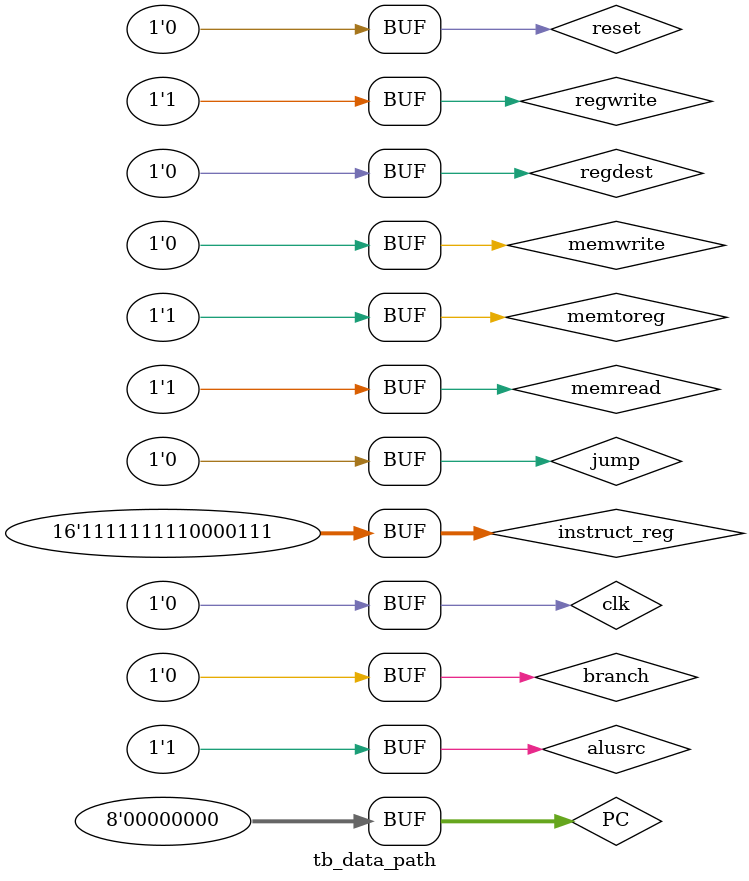
<source format=v>
`timescale 1ns / 1ps


module tb_data_path;

	// Inputs
	reg clk;
	reg reset;
	reg regdest;
	reg alusrc;
	reg memtoreg;
	reg regwrite;
	reg memread;
	reg memwrite;
	reg branch;
	reg jump;
	reg [7:0] PC;
	reg [15:0] instruct_reg;

	// Outputs
	wire [15:0] out;
	wire jump_signal;

	// Instantiate the Unit Under Test (UUT)
	data_path uut (
		.clk(clk), 
		.reset(reset), 
		.regdest(regdest), 
		.alusrc(alusrc), 
		.memtoreg(memtoreg), 
		.regwrite(regwrite), 
		.memread(memread), 
		.memwrite(memwrite), 
		.branch(branch), 
		.jump(jump), 
		.PC(PC), 
		.instruct_reg(instruct_reg), 
		.out(out), 
		.jump_signal(jump_signal)
	);

	initial begin
	
 /*
		// Initialize Inputs
		clk = 0;
		reset = 0;
		regdest = 1;
		alusrc = 1;
		memtoreg = 0;
		regwrite = 1;
		memread = 0;
		memwrite = 0;
		branch = 0;
		jump = 0;
		PC = 0;
		instruct_reg = 16'b110010_000_000_0110;


		// Wait 100 ns for global reset to finish
		#100;
		clk =1;
		reset = 1;
		#100;
		
		reset = 0;
        #100;
		// Add stimulus here
		regdest = 1;
		alusrc = 1;
		memtoreg = 0;
		regwrite = 1;
		memread = 0;
		memwrite = 0;
		branch = 0;
		jump = 0;
		
		instruct_reg = 16'b010000_000_001_0110;
		clk = 0;
		#100;
		
		clk = 1;
		#100;
		
		regdest = 0;
		alusrc = 1;
		memtoreg = 0;
		regwrite = 0;
		memread = 0;
		memwrite = 1;
		branch = 0;
		jump = 0;
		instruct_reg = 16'b000000_001_000_1000;
		clk = 0;
		#100;
		
		clk = 1;
		#100;
		
		regdest = 0;
		alusrc = 1;
		memtoreg = 1;
		regwrite = 1;
		memread = 1;
		memwrite = 0;
		branch = 0;
		jump = 0;
		instruct_reg = 16'b000000_001_000_0111;
		clk = 0;
		#100;
		
		clk = 1;
		#100;
		
		
		
		clk = 0;
		reset = 0;
		regdest = 1;
		alusrc = 1;
		memtoreg = 0;
		regwrite = 1;
		memread = 0;
		memwrite = 0;
		branch = 0;
		jump = 0;
		PC = 0;
		instruct_reg = 16'b110010_000_000_0110;
		clk = 0;
		#100;
		
		clk = 1;
		#100;
		
		regdest = 1;
		alusrc = 1;
		memtoreg = 0;
		regwrite = 1;
		memread = 0;
		memwrite = 0;
		branch = 0;
		jump = 0;
		
		instruct_reg = 16'b010000_000_001_0110;
		clk = 0;
		#100;
		
		clk = 1;
		#100;
		
		regdest = 0;
		alusrc = 1;
		memtoreg = 0;
		regwrite = 0;
		memread = 0;
		memwrite = 1;
		branch = 0;
		jump = 0;
		instruct_reg = 16'b000000_001_000_1000;
		clk = 0;
		#100;
		
		clk = 1;
		#100;
		
		regdest = 0;
		alusrc = 1;
		memtoreg = 1;
		regwrite = 1;
		memread = 1;
		memwrite = 0;
		branch = 0;
		jump = 0;
		instruct_reg = 16'b000000_001_000_0111;
		clk = 0;
		#100;
		
		clk = 1;
		#100;
 */

///*
		clk = 0;
		reset = 0;
		regdest = 1;
		alusrc = 1;
		memtoreg = 0;
		regwrite = 1;
		memread = 0;
		memwrite = 0;
		branch = 0;
		jump = 0;
		PC = 0;
		instruct_reg = 16'b110010_000_000_0110;

      #100;
		clk =1;
		reset = 1;
		#100;
		clk = 0;
		reset = 0;
      #100;
		
		clk = 1;
		regdest = 1;
		alusrc = 1;
		memtoreg = 0;
		regwrite = 1;
		memread = 0;
		memwrite = 0;
		branch = 0;
		jump = 0;
		
		instruct_reg = 16'b010000_000_001_0110;
		#100;
		
		clk = 0;
		#100;
		
		clk = 1;	
		regdest = 0;
		alusrc = 1;
		memtoreg = 0;
		regwrite = 0;
		memread = 0;
		memwrite = 1;
		branch = 0;
		jump = 0;
		instruct_reg = 16'b000000_001_000_1000;
		#100;
		clk = 0;
		#100;
		
		clk = 1;
		regdest = 0;
		alusrc = 1;
		memtoreg = 1;
		regwrite = 1;
		memread = 1;
		memwrite = 0;
		branch = 0;
		jump = 0;
		instruct_reg = 16'b000000_001_000_0111;
		
		#100;
		clk = 0;
		#100;
		
		clk=1;
		reset = 0;
		regdest = 1;
		alusrc = 1;
		memtoreg = 0;
		regwrite = 1;
		memread = 0;
		memwrite = 0;
		branch = 0;
		jump = 0;
		PC = 0;
		instruct_reg = 16'b111_000000000_1001;
		#100;
		clk = 0;
		#100;
		
		clk = 1;	
		regdest = 1;
		alusrc = 1;
		memtoreg = 0;
		regwrite = 1;
		memread = 0;
		memwrite = 0;
		branch = 0;
		jump = 0;
		
		instruct_reg = 16'b010000_000_001_0110;
		#100;
		clk = 0;
		#100;
		
		clk = 1;
		regdest = 0;
		alusrc = 1;
		memtoreg = 0;
		regwrite = 0;
		memread = 0;
		memwrite = 1;
		branch = 0;
		jump = 0;
		instruct_reg = 16'b000000_001_000_1000;
		#100;
		clk = 0;
		#100;
		
		clk = 1;
		regdest = 0;
		alusrc = 1;
		memtoreg = 1;
		regwrite = 1;
		memread = 1;
		memwrite = 0;
		branch = 0;
		jump = 0;
		instruct_reg = 16'b111111_111_000_0111;
		#100;
		clk = 0;
		#100;
//*/

		
	end
      
endmodule


/*
initial begin
		// Initialize Inputs
		clk = 0;
		reset = 0;
		regdest = 1;
		alusrc = 0;
		memtoreg = 0;
		regwrite = 1;
		memread = 0;
		memwrite = 0;
		branch = 0;
		jump = 0;
		PC = 0;
		instruct_reg = 0;

		// Wait 100 ns for global reset to finish
		#100;
		clk =1;
		reset = 1;
		#100;
		
		reset = 0;
        #100;
		// Add stimulus here
		regdest = 1;
		alusrc = 1;
		memtoreg = 0;
		regwrite = 1;
		memread = 0;
		memwrite = 0;
		branch = 0;
		jump = 0;
		instruct_reg = 16'b000010_000_000_0110;
		clk = 0;
		#100;
		
		clk = 1;
		#100;
		
		regdest = 1;
		alusrc = 1;
		memtoreg = 0;
		regwrite = 1;
		memread = 0;
		memwrite = 0;
		branch = 0;
		jump = 0;
		instruct_reg = 16'b001010_000_001_0110;
		clk = 0;
		#100;
		
		clk = 1;
		#100;
		
		
		regdest = 1;
		alusrc = 0;
		memtoreg = 0;
		regwrite = 1;
		memread = 0;
		memwrite = 0;
		branch = 0;
		jump = 0;
		instruct_reg = 16'b000_000_001_010_1111;
		clk = 0;
		#100;
		
		clk = 1;
		#100;
		
		
		
	end
      
endmodule


*/


</source>
